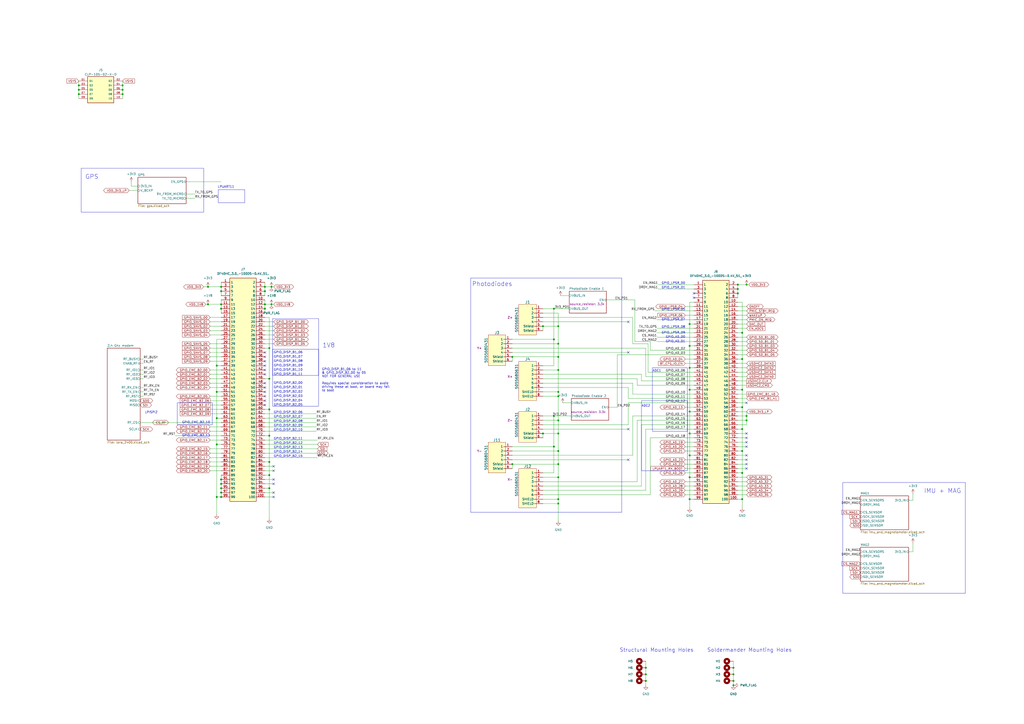
<source format=kicad_sch>
(kicad_sch (version 20231120) (generator "eeschema") (generator_version "8.0")
  (paper "A2")
  (title_block (title "√g") (date "2024-08-05") (rev "1.0.1") (company "Stanford Student Space Initiative") (comment 1 "RE: Flynn Dreilinger"))
  (junction (at 323.85 207.01))
  (junction (at 128.27 280.67))
  (junction (at 128.27 288.29))
  (junction (at 430.53 208.28))
  (junction (at 153.67 166.37))
  (junction (at 400.05 238.76))
  (junction (at 120.65 176.53))
  (junction (at 425.45 391.16))
  (junction (at 125.73 227.33))
  (junction (at 321.31 259.08))
  (junction (at 323.85 229.87))
  (junction (at 430.53 289.56))
  (junction (at 374.65 391.16))
  (junction (at 128.27 285.75))
  (junction (at 323.85 251.46))
  (junction (at 430.53 261.62))
  (junction (at 430.53 226.06))
  (junction (at 156.21 201.93))
  (junction (at 427.99 165.1))
  (junction (at 323.85 289.56))
  (junction (at 323.85 214.63))
  (junction (at 430.53 248.92))
  (junction (at 323.85 199.39))
  (junction (at 400.05 213.36))
  (junction (at 314.96 189.23))
  (junction (at 433.07 165.1))
  (junction (at 323.85 292.1))
  (junction (at 153.67 168.91))
  (junction (at 430.53 236.22))
  (junction (at 128.27 176.53))
  (junction (at 430.53 274.32))
  (junction (at 125.73 212.09))
  (junction (at 427.99 170.18))
  (junction (at 321.31 241.3))
  (junction (at 120.65 166.37))
  (junction (at 425.45 394.97))
  (junction (at 425.45 387.35))
  (junction (at 433.07 243.84))
  (junction (at 323.85 276.86))
  (junction (at 125.73 257.81))
  (junction (at 71.12 49.53))
  (junction (at 45.72 49.53))
  (junction (at 153.67 179.07))
  (junction (at 157.48 176.53))
  (junction (at 157.48 166.37))
  (junction (at 400.05 187.96))
  (junction (at 430.53 193.04))
  (junction (at 400.05 200.66))
  (junction (at 323.85 189.23))
  (junction (at 45.72 52.07))
  (junction (at 71.12 54.61))
  (junction (at 400.05 251.46))
  (junction (at 128.27 166.37))
  (junction (at 153.67 176.53))
  (junction (at 323.85 227.33))
  (junction (at 400.05 264.16))
  (junction (at 156.21 283.21))
  (junction (at 156.21 275.59))
  (junction (at 71.12 52.07))
  (junction (at 156.21 252.73))
  (junction (at 427.99 167.64))
  (junction (at 400.05 289.56))
  (junction (at 323.85 261.62))
  (junction (at 321.31 179.07))
  (junction (at 128.27 278.13))
  (junction (at 156.21 219.71))
  (junction (at 297.18 269.24))
  (junction (at 433.07 241.3))
  (junction (at 323.85 243.84))
  (junction (at 45.72 54.61))
  (junction (at 156.21 267.97))
  (junction (at 128.27 179.07))
  (junction (at 128.27 168.91))
  (junction (at 125.73 288.29))
  (junction (at 156.21 237.49))
  (junction (at 323.85 269.24))
  (junction (at 125.73 242.57))
  (junction (at 425.45 397.51))
  (junction (at 400.05 276.86))
  (junction (at 400.05 226.06))
  (junction (at 314.96 251.46))
  (junction (at 128.27 283.21))
  (junction (at 374.65 394.97))
  (junction (at 321.31 196.85))
  (junction (at 297.18 207.01))
  (junction (at 374.65 387.35))
  (no_connect (at 158.75 288.29))
  (no_connect (at 433.07 264.16))
  (no_connect (at 153.67 204.47))
  (no_connect (at 153.67 227.33))
  (no_connect (at 402.59 172.72))
  (no_connect (at 433.07 259.08))
  (no_connect (at 153.67 217.17))
  (no_connect (at 158.75 270.51))
  (no_connect (at 153.67 207.01))
  (no_connect (at 158.75 273.05))
  (no_connect (at 158.75 285.75))
  (no_connect (at 433.07 266.7))
  (no_connect (at 433.07 269.24))
  (no_connect (at 364.49 266.7))
  (no_connect (at 153.67 222.25))
  (no_connect (at 364.49 248.92))
  (no_connect (at 433.07 256.54))
  (no_connect (at 153.67 212.09))
  (no_connect (at 153.67 232.41))
  (no_connect (at 402.59 170.18))
  (no_connect (at 153.67 224.79))
  (no_connect (at 433.07 233.68))
  (no_connect (at 153.67 209.55))
  (no_connect (at 153.67 234.95))
  (no_connect (at 364.49 204.47))
  (no_connect (at 158.75 280.67))
  (no_connect (at 433.07 271.78))
  (no_connect (at 433.07 251.46))
  (no_connect (at 158.75 278.13))
  (no_connect (at 153.67 214.63))
  (no_connect (at 364.49 186.69))
  (no_connect (at 153.67 229.87))
  (no_connect (at 433.07 254))
  (wire (pts (xy 433.07 231.14) (xy 427.99 231.14)))
  (wire (pts (xy 125.73 257.81) (xy 125.73 288.29)))
  (wire (pts (xy 153.67 163.83) (xy 153.67 166.37)))
  (wire (pts (xy 433.07 243.84) (xy 433.07 246.38)))
  (wire (pts (xy 128.27 278.13) (xy 128.27 280.67)))
  (wire (pts (xy 358.14 205.74) (xy 402.59 205.74)))
  (wire (pts (xy 83.185 208.28) (xy 81.28 208.28)))
  (wire (pts (xy 402.59 175.26) (xy 400.05 175.26)))
  (wire (pts (xy 430.53 175.26) (xy 430.53 193.04)))
  (wire (pts (xy 397.51 284.48) (xy 402.59 284.48)))
  (wire (pts (xy 156.21 283.21) (xy 156.21 300.99)))
  (wire (pts (xy 400.05 238.76) (xy 402.59 238.76)))
  (wire (pts (xy 374.65 248.92) (xy 402.59 248.92)))
  (wire (pts (xy 125.73 288.29) (xy 125.73 298.45)))
  (wire (pts (xy 400.05 276.86) (xy 400.05 289.56)))
  (wire (pts (xy 381 185.42) (xy 402.59 185.42)))
  (wire (pts (xy 156.21 201.93) (xy 156.21 219.71)))
  (wire (pts (xy 427.99 213.36) (xy 433.07 213.36)))
  (wire (pts (xy 156.21 267.97) (xy 156.21 275.59)))
  (wire (pts (xy 397.51 279.4) (xy 402.59 279.4)))
  (wire (pts (xy 121.92 201.93) (xy 128.27 201.93)))
  (wire (pts (xy 314.96 224.79) (xy 364.49 224.79)))
  (wire (pts (xy 427.99 167.64) (xy 427.99 170.18)))
  (wire (pts (xy 430.53 261.62) (xy 430.53 274.32)))
  (wire (pts (xy 157.48 166.37) (xy 153.67 166.37)))
  (wire (pts (xy 427.99 175.26) (xy 430.53 175.26)))
  (wire (pts (xy 83.185 217.17) (xy 81.28 217.17)))
  (wire (pts (xy 128.27 105.41) (xy 107.95 105.41)))
  (wire (pts (xy 314.96 181.61) (xy 323.85 181.61)))
  (wire (pts (xy 314.96 241.3) (xy 321.31 241.3)))
  (wire (pts (xy 153.67 247.65) (xy 183.515 247.65)))
  (wire (pts (xy 153.67 166.37) (xy 153.67 168.91)))
  (wire (pts (xy 433.07 266.7) (xy 427.99 266.7)))
  (wire (pts (xy 83.185 229.87) (xy 81.28 229.87)))
  (wire (pts (xy 358.14 205.74) (xy 358.14 236.22)))
  (wire (pts (xy 297.18 266.7) (xy 364.49 266.7)))
  (wire (pts (xy 375.92 215.9) (xy 402.59 215.9)))
  (wire (pts (xy 433.07 203.2) (xy 427.99 203.2)))
  (wire (pts (xy 156.21 219.71) (xy 156.21 237.49)))
  (wire (pts (xy 153.67 250.19) (xy 183.515 250.19)))
  (wire (pts (xy 121.92 222.25) (xy 128.27 222.25)))
  (wire (pts (xy 45.72 52.07) (xy 45.72 54.61)))
  (wire (pts (xy 153.67 255.27) (xy 184.15 255.27)))
  (wire (pts (xy 158.75 199.39) (xy 153.67 199.39)))
  (wire (pts (xy 400.05 289.56) (xy 402.59 289.56)))
  (wire (pts (xy 367.03 228.6) (xy 402.59 228.6)))
  (wire (pts (xy 314.96 281.94) (xy 372.11 281.94)))
  (wire (pts (xy 153.67 262.89) (xy 184.15 262.89)))
  (wire (pts (xy 427.99 193.04) (xy 430.53 193.04)))
  (wire (pts (xy 397.51 256.54) (xy 402.59 256.54)))
  (wire (pts (xy 297.18 201.93) (xy 374.65 201.93)))
  (wire (pts (xy 397.51 261.62) (xy 402.59 261.62)))
  (wire (pts (xy 379.73 180.34) (xy 402.59 180.34)))
  (wire (pts (xy 128.27 275.59) (xy 128.27 278.13)))
  (wire (pts (xy 153.67 237.49) (xy 156.21 237.49)))
  (wire (pts (xy 433.07 182.88) (xy 427.99 182.88)))
  (wire (pts (xy 128.27 285.75) (xy 128.27 288.29)))
  (wire (pts (xy 153.67 283.21) (xy 156.21 283.21)))
  (wire (pts (xy 381 198.12) (xy 402.59 198.12)))
  (wire (pts (xy 314.96 217.17) (xy 372.11 217.17)))
  (wire (pts (xy 314.96 251.46) (xy 314.96 254)))
  (wire (pts (xy 297.18 207.01) (xy 323.85 207.01)))
  (wire (pts (xy 125.73 257.81) (xy 128.27 257.81)))
  (wire (pts (xy 427.99 215.9) (xy 433.07 215.9)))
  (wire (pts (xy 101.6 252.73) (xy 128.27 252.73)))
  (wire (pts (xy 367.03 264.16) (xy 367.03 241.3)))
  (wire (pts (xy 368.3 198.12) (xy 377.19 198.12)))
  (wire (pts (xy 158.75 194.31) (xy 153.67 194.31)))
  (wire (pts (xy 367.03 199.39) (xy 375.92 199.39)))
  (wire (pts (xy 153.67 252.73) (xy 156.21 252.73)))
  (wire (pts (xy 367.03 241.3) (xy 402.59 241.3)))
  (wire (pts (xy 433.07 246.38) (xy 427.99 246.38)))
  (wire (pts (xy 153.67 176.53) (xy 157.48 176.53)))
  (wire (pts (xy 372.11 217.17) (xy 372.11 220.98)))
  (wire (pts (xy 425.45 394.97) (xy 425.45 397.51)))
  (wire (pts (xy 400.05 276.86) (xy 402.59 276.86)))
  (wire (pts (xy 314.96 243.84) (xy 323.85 243.84)))
  (wire (pts (xy 314.96 189.23) (xy 323.85 189.23)))
  (wire (pts (xy 374.65 391.16) (xy 374.65 394.97)))
  (wire (pts (xy 433.07 243.84) (xy 427.99 243.84)))
  (wire (pts (xy 397.51 266.7) (xy 402.59 266.7)))
  (wire (pts (xy 323.85 269.24) (xy 323.85 276.86)))
  (wire (pts (xy 121.92 270.51) (xy 128.27 270.51)))
  (wire (pts (xy 153.67 280.67) (xy 158.75 280.67)))
  (wire (pts (xy 369.57 279.4) (xy 369.57 243.84)))
  (wire (pts (xy 71.12 52.07) (xy 71.12 54.61)))
  (wire (pts (xy 397.51 287.02) (xy 402.59 287.02)))
  (wire (pts (xy 121.92 260.35) (xy 128.27 260.35)))
  (wire (pts (xy 402.59 200.66) (xy 400.05 200.66)))
  (wire (pts (xy 321.31 259.08) (xy 321.31 274.32)))
  (wire (pts (xy 427.99 190.5) (xy 433.07 190.5)))
  (wire (pts (xy 83.185 224.79) (xy 81.28 224.79)))
  (wire (pts (xy 430.53 236.22) (xy 430.53 248.92)))
  (wire (pts (xy 158.75 186.69) (xy 153.67 186.69)))
  (wire (pts (xy 377.19 198.12) (xy 377.19 203.2)))
  (wire (pts (xy 364.49 224.79) (xy 364.49 231.14)))
  (wire (pts (xy 433.07 185.42) (xy 427.99 185.42)))
  (wire (pts (xy 400.05 213.36) (xy 402.59 213.36)))
  (wire (pts (xy 374.65 218.44) (xy 402.59 218.44)))
  (wire (pts (xy 400.05 251.46) (xy 402.59 251.46)))
  (wire (pts (xy 433.07 259.08) (xy 427.99 259.08)))
  (wire (pts (xy 153.67 278.13) (xy 158.75 278.13)))
  (wire (pts (xy 121.92 194.31) (xy 128.27 194.31)))
  (wire (pts (xy 323.85 199.39) (xy 323.85 207.01)))
  (wire (pts (xy 377.19 203.2) (xy 402.59 203.2)))
  (wire (pts (xy 314.96 287.02) (xy 377.19 287.02)))
  (wire (pts (xy 121.92 224.79) (xy 128.27 224.79)))
  (wire (pts (xy 368.3 173.99) (xy 368.3 198.12)))
  (wire (pts (xy 323.85 181.61) (xy 323.85 189.23)))
  (wire (pts (xy 74.93 110.49) (xy 80.01 110.49)))
  (wire (pts (xy 71.12 54.61) (xy 71.12 57.15)))
  (wire (pts (xy 323.85 229.87) (xy 323.85 243.84)))
  (wire (pts (xy 323.85 207.01) (xy 323.85 214.63)))
  (wire (pts (xy 430.53 193.04) (xy 430.53 208.28)))
  (wire (pts (xy 400.05 251.46) (xy 400.05 264.16)))
  (wire (pts (xy 121.92 214.63) (xy 128.27 214.63)))
  (wire (pts (xy 121.92 250.19) (xy 128.27 250.19)))
  (wire (pts (xy 314.96 186.69) (xy 364.49 186.69)))
  (wire (pts (xy 121.92 191.77) (xy 128.27 191.77)))
  (wire (pts (xy 353.06 236.22) (xy 358.14 236.22)))
  (wire (pts (xy 326.39 233.68) (xy 331.47 233.68)))
  (wire (pts (xy 427.99 261.62) (xy 430.53 261.62)))
  (wire (pts (xy 314.96 279.4) (xy 369.57 279.4)))
  (wire (pts (xy 314.96 227.33) (xy 323.85 227.33)))
  (wire (pts (xy 153.67 184.15) (xy 156.21 184.15)))
  (wire (pts (xy 427.99 289.56) (xy 430.53 289.56)))
  (wire (pts (xy 153.67 285.75) (xy 158.75 285.75)))
  (wire (pts (xy 427.99 276.86) (xy 433.07 276.86)))
  (wire (pts (xy 427.99 205.74) (xy 433.07 205.74)))
  (wire (pts (xy 400.05 213.36) (xy 400.05 226.06)))
  (wire (pts (xy 367.03 184.15) (xy 367.03 199.39)))
  (wire (pts (xy 157.48 176.53) (xy 158.75 176.53)))
  (wire (pts (xy 433.07 269.24) (xy 427.99 269.24)))
  (wire (pts (xy 381 193.04) (xy 402.59 193.04)))
  (wire (pts (xy 397.51 177.8) (xy 402.59 177.8)))
  (wire (pts (xy 427.99 274.32) (xy 430.53 274.32)))
  (wire (pts (xy 400.05 264.16) (xy 400.05 276.86)))
  (wire (pts (xy 321.31 179.07) (xy 321.31 196.85)))
  (wire (pts (xy 529.59 320.04) (xy 527.05 320.04)))
  (wire (pts (xy 323.85 214.63) (xy 323.85 227.33)))
  (wire (pts (xy 158.75 166.37) (xy 157.48 166.37)))
  (wire (pts (xy 120.65 176.53) (xy 128.27 176.53)))
  (wire (pts (xy 121.92 229.87) (xy 128.27 229.87)))
  (wire (pts (xy 321.31 196.85) (xy 321.31 212.09)))
  (wire (pts (xy 369.57 219.71) (xy 369.57 223.52)))
  (wire (pts (xy 314.96 251.46) (xy 323.85 251.46)))
  (wire (pts (xy 323.85 214.63) (xy 314.96 214.63)))
  (wire (pts (xy 128.27 166.37) (xy 128.27 168.91)))
  (wire (pts (xy 367.03 222.25) (xy 367.03 228.6)))
  (wire (pts (xy 156.21 252.73) (xy 156.21 267.97)))
  (wire (pts (xy 158.75 189.23) (xy 153.67 189.23)))
  (wire (pts (xy 71.12 49.53) (xy 71.12 52.07)))
  (wire (pts (xy 125.73 288.29) (xy 128.27 288.29)))
  (wire (pts (xy 433.07 228.6) (xy 427.99 228.6)))
  (wire (pts (xy 121.92 184.15) (xy 128.27 184.15)))
  (wire (pts (xy 433.07 281.94) (xy 427.99 281.94)))
  (wire (pts (xy 374.65 383.54) (xy 374.65 387.35)))
  (wire (pts (xy 427.99 165.1) (xy 433.07 165.1)))
  (wire (pts (xy 381.635 167.64) (xy 402.59 167.64)))
  (wire (pts (xy 425.45 383.54) (xy 425.45 387.35)))
  (wire (pts (xy 433.07 241.3) (xy 433.07 243.84)))
  (wire (pts (xy 402.59 187.96) (xy 400.05 187.96)))
  (wire (pts (xy 76.2 107.95) (xy 80.01 107.95)))
  (wire (pts (xy 433.07 200.66) (xy 427.99 200.66)))
  (wire (pts (xy 364.49 233.68) (xy 402.59 233.68)))
  (wire (pts (xy 433.07 271.78) (xy 427.99 271.78)))
  (wire (pts (xy 323.85 261.62) (xy 323.85 269.24)))
  (wire (pts (xy 425.45 387.35) (xy 425.45 391.16)))
  (wire (pts (xy 323.85 227.33) (xy 323.85 229.87)))
  (wire (pts (xy 400.05 238.76) (xy 400.05 251.46)))
  (wire (pts (xy 128.27 196.85) (xy 125.73 196.85)))
  (wire (pts (xy 297.18 259.08) (xy 321.31 259.08)))
  (wire (pts (xy 81.28 245.11) (xy 128.27 245.11)))
  (wire (pts (xy 321.31 241.3) (xy 321.31 259.08)))
  (wire (pts (xy 323.85 243.84) (xy 323.85 251.46)))
  (wire (pts (xy 121.92 186.69) (xy 128.27 186.69)))
  (wire (pts (xy 397.51 182.88) (xy 402.59 182.88)))
  (wire (pts (xy 153.67 176.53) (xy 153.67 179.07)))
  (wire (pts (xy 372.11 220.98) (xy 402.59 220.98)))
  (wire (pts (xy 153.67 288.29) (xy 158.75 288.29)))
  (wire (pts (xy 121.92 255.27) (xy 128.27 255.27)))
  (wire (pts (xy 128.27 283.21) (xy 128.27 285.75)))
  (wire (pts (xy 121.92 217.17) (xy 128.27 217.17)))
  (wire (pts (xy 364.49 246.38) (xy 364.49 233.68)))
  (wire (pts (xy 153.67 267.97) (xy 156.21 267.97)))
  (wire (pts (xy 400.05 175.26) (xy 400.05 187.96)))
  (wire (pts (xy 430.53 274.32) (xy 430.53 289.56)))
  (wire (pts (xy 381 195.58) (xy 402.59 195.58)))
  (wire (pts (xy 314.96 246.38) (xy 364.49 246.38)))
  (wire (pts (xy 121.92 265.43) (xy 128.27 265.43)))
  (wire (pts (xy 430.53 208.28) (xy 430.53 226.06)))
  (wire (pts (xy 45.72 49.53) (xy 45.72 52.07)))
  (wire (pts (xy 433.07 238.76) (xy 427.99 238.76)))
  (wire (pts (xy 121.92 232.41) (xy 128.27 232.41)))
  (wire (pts (xy 314.96 292.1) (xy 323.85 292.1)))
  (wire (pts (xy 427.99 210.82) (xy 433.07 210.82)))
  (wire (pts (xy 153.67 219.71) (xy 156.21 219.71)))
  (wire (pts (xy 314.96 189.23) (xy 314.96 191.77)))
  (wire (pts (xy 153.67 201.93) (xy 156.21 201.93)))
  (wire (pts (xy 433.07 238.76) (xy 433.07 241.3)))
  (wire (pts (xy 314.96 219.71) (xy 369.57 219.71)))
  (wire (pts (xy 397.51 210.82) (xy 402.59 210.82)))
  (wire (pts (xy 128.27 173.99) (xy 128.27 176.53)))
  (wire (pts (xy 400.05 187.96) (xy 400.05 200.66)))
  (wire (pts (xy 158.75 191.77) (xy 153.67 191.77)))
  (wire (pts (xy 529.59 286.385) (xy 529.59 290.195)))
  (wire (pts (xy 400.05 200.66) (xy 400.05 213.36)))
  (wire (pts (xy 433.07 251.46) (xy 427.99 251.46)))
  (wire (pts (xy 314.96 289.56) (xy 323.85 289.56)))
  (wire (pts (xy 156.21 184.15) (xy 156.21 201.93)))
  (wire (pts (xy 433.07 284.48) (xy 427.99 284.48)))
  (wire (pts (xy 377.19 254) (xy 402.59 254)))
  (wire (pts (xy 128.27 168.91) (xy 128.27 171.45)))
  (wire (pts (xy 433.07 198.12) (xy 427.99 198.12)))
  (wire (pts (xy 107.95 112.5474) (xy 113.03 112.5474)))
  (wire (pts (xy 314.96 184.15) (xy 367.03 184.15)))
  (wire (pts (xy 314.96 229.87) (xy 323.85 229.87)))
  (wire (pts (xy 128.27 242.57) (xy 125.73 242.57)))
  (wire (pts (xy 83.185 210.82) (xy 81.28 210.82)))
  (wire (pts (xy 364.49 231.14) (xy 402.59 231.14)))
  (wire (pts (xy 425.45 391.16) (xy 425.45 394.97)))
  (wire (pts (xy 119.38 176.53) (xy 120.65 176.53)))
  (wire (pts (xy 397.51 208.28) (xy 402.59 208.28)))
  (wire (pts (xy 125.73 242.57) (xy 125.73 257.81)))
  (wire (pts (xy 427.99 170.18) (xy 427.99 172.72)))
  (wire (pts (xy 433.07 254) (xy 427.99 254)))
  (wire (pts (xy 121.92 273.05) (xy 128.27 273.05)))
  (wire (pts (xy 321.31 241.3) (xy 331.47 241.3)))
  (wire (pts (xy 128.27 280.67) (xy 128.27 283.21)))
  (wire (pts (xy 400.05 226.06) (xy 402.59 226.06)))
  (wire (pts (xy 121.92 199.39) (xy 128.27 199.39)))
  (wire (pts (xy 153.67 168.91) (xy 153.67 171.45)))
  (wire (pts (xy 397.51 236.22) (xy 402.59 236.22)))
  (wire (pts (xy 433.07 165.1) (xy 434.34 165.1)))
  (wire (pts (xy 433.07 279.4) (xy 427.99 279.4)))
  (wire (pts (xy 372.11 281.94) (xy 372.11 246.38)))
  (wire (pts (xy 121.92 209.55) (xy 128.27 209.55)))
  (wire (pts (xy 121.92 204.47) (xy 128.27 204.47)))
  (wire (pts (xy 297.18 269.24) (xy 297.18 271.78)))
  (wire (pts (xy 153.67 240.03) (xy 183.515 240.03)))
  (wire (pts (xy 430.53 248.92) (xy 430.53 261.62)))
  (wire (pts (xy 121.92 267.97) (xy 128.27 267.97)))
  (wire (pts (xy 427.99 236.22) (xy 430.53 236.22)))
  (wire (pts (xy 427.99 248.92) (xy 430.53 248.92)))
  (wire (pts (xy 433.07 233.68) (xy 427.99 233.68)))
  (wire (pts (xy 107.95 115.0874) (xy 113.03 115.0874)))
  (wire (pts (xy 397.51 281.94) (xy 402.59 281.94)))
  (wire (pts (xy 153.67 242.57) (xy 183.515 242.57)))
  (wire (pts (xy 153.67 245.11) (xy 183.515 245.11)))
  (wire (pts (xy 427.99 218.44) (xy 433.07 218.44)))
  (wire (pts (xy 121.92 237.49) (xy 128.27 237.49)))
  (wire (pts (xy 397.51 271.78) (xy 402.59 271.78)))
  (wire (pts (xy 374.65 387.35) (xy 374.65 391.16)))
  (wire (pts (xy 121.92 240.03) (xy 128.27 240.03)))
  (wire (pts (xy 314.96 276.86) (xy 323.85 276.86)))
  (wire (pts (xy 121.92 189.23) (xy 128.27 189.23)))
  (wire (pts (xy 125.73 212.09) (xy 125.73 227.33)))
  (wire (pts (xy 121.92 207.01) (xy 128.27 207.01)))
  (wire (pts (xy 433.07 177.8) (xy 427.99 177.8)))
  (wire (pts (xy 430.53 289.56) (xy 430.53 294.64)))
  (wire (pts (xy 45.72 46.99) (xy 45.72 49.53)))
  (wire (pts (xy 400.05 289.56) (xy 400.05 294.64)))
  (wire (pts (xy 314.96 248.92) (xy 364.49 248.92)))
  (wire (pts (xy 297.18 207.01) (xy 297.18 209.55)))
  (wire (pts (xy 433.07 264.16) (xy 427.99 264.16)))
  (wire (pts (xy 314.96 222.25) (xy 367.03 222.25)))
  (wire (pts (xy 153.67 273.05) (xy 158.75 273.05)))
  (wire (pts (xy 397.51 269.24) (xy 402.59 269.24)))
  (wire (pts (xy 125.73 227.33) (xy 128.27 227.33)))
  (wire (pts (xy 76.2 105.41) (xy 76.2 107.95)))
  (wire (pts (xy 427.99 165.1) (xy 427.99 167.64)))
  (wire (pts (xy 297.18 269.24) (xy 323.85 269.24)))
  (wire (pts (xy 45.72 54.61) (xy 45.72 57.15)))
  (wire (pts (xy 375.92 199.39) (xy 375.92 215.9)))
  (wire (pts (xy 433.07 256.54) (xy 427.99 256.54)))
  (wire (pts (xy 433.07 180.34) (xy 427.99 180.34)))
  (wire (pts (xy 128.27 179.07) (xy 128.27 181.61)))
  (wire (pts (xy 427.99 223.52) (xy 433.07 223.52)))
  (wire (pts (xy 397.51 274.32) (xy 402.59 274.32)))
  (wire (pts (xy 430.53 226.06) (xy 430.53 236.22)))
  (wire (pts (xy 374.65 284.48) (xy 374.65 248.92)))
  (wire (pts (xy 314.96 179.07) (xy 321.31 179.07)))
  (wire (pts (xy 372.11 246.38) (xy 402.59 246.38)))
  (wire (pts (xy 433.07 187.96) (xy 427.99 187.96)))
  (wire (pts (xy 121.92 247.65) (xy 128.27 247.65)))
  (wire (pts (xy 128.27 163.83) (xy 128.27 166.37)))
  (wire (pts (xy 153.67 179.07) (xy 153.67 181.61)))
  (wire (pts (xy 156.21 237.49) (xy 156.21 252.73)))
  (wire (pts (xy 381.635 165.1) (xy 402.59 165.1)))
  (wire (pts (xy 153.67 275.59) (xy 156.21 275.59)))
  (wire (pts (xy 83.185 227.33) (xy 81.28 227.33)))
  (wire (pts (xy 83.185 214.63) (xy 81.28 214.63)))
  (wire (pts (xy 153.67 173.99) (xy 153.67 176.53)))
  (wire (pts (xy 156.21 275.59) (xy 156.21 283.21)))
  (wire (pts (xy 121.92 219.71) (xy 128.27 219.71)))
  (wire (pts (xy 153.67 260.35) (xy 184.15 260.35)))
  (wire (pts (xy 369.57 243.84) (xy 402.59 243.84)))
  (wire (pts (xy 321.31 179.07) (xy 330.2 179.07)))
  (wire (pts (xy 125.73 212.09) (xy 128.27 212.09)))
  (wire (pts (xy 529.59 290.195) (xy 527.05 290.195)))
  (wire (pts (xy 314.96 284.48) (xy 374.65 284.48)))
  (wire (pts (xy 321.31 274.32) (xy 314.96 274.32)))
  (wire (pts (xy 121.92 234.95) (xy 128.27 234.95)))
  (wire (pts (xy 125.73 227.33) (xy 125.73 242.57)))
  (wire (pts (xy 297.18 204.47) (xy 364.49 204.47)))
  (wire (pts (xy 427.99 226.06) (xy 430.53 226.06)))
  (wire (pts (xy 369.57 223.52) (xy 402.59 223.52)))
  (wire (pts (xy 153.67 270.51) (xy 158.75 270.51)))
  (wire (pts (xy 158.75 196.85) (xy 153.67 196.85)))
  (wire (pts (xy 323.85 289.56) (xy 323.85 292.1)))
  (wire (pts (xy 529.59 314.96) (xy 529.59 320.04)))
  (wire (pts (xy 297.18 264.16) (xy 367.03 264.16)))
  (wire (pts (xy 397.51 259.08) (xy 402.59 259.08)))
  (wire (pts (xy 427.99 208.28) (xy 430.53 208.28)))
  (wire (pts (xy 323.85 276.86) (xy 323.85 289.56)))
  (wire (pts (xy 374.65 201.93) (xy 374.65 218.44)))
  (wire (pts (xy 71.12 46.99) (xy 71.12 49.53)))
  (wire (pts (xy 128.27 176.53) (xy 128.27 179.07)))
  (wire (pts (xy 125.73 196.85) (xy 125.73 212.09)))
  (wire (pts (xy 433.07 287.02) (xy 427.99 287.02)))
  (wire (pts (xy 323.85 302.26) (xy 323.85 292.1)))
  (wire (pts (xy 118.11 166.37) (xy 120.65 166.37)))
  (wire (pts (xy 120.65 166.37) (xy 128.27 166.37)))
  (wire (pts (xy 323.85 251.46) (xy 323.85 261.62)))
  (wire (pts (xy 323.85 189.23) (xy 323.85 199.39)))
  (wire (pts (xy 121.92 262.89) (xy 128.27 262.89)))
  (wire (pts (xy 153.67 265.43) (xy 184.15 265.43)))
  (wire (pts (xy 381 190.5) (xy 402.59 190.5)))
  (wire (pts (xy 400.05 264.16) (xy 402.59 264.16)))
  (wire (pts (xy 83.185 219.71) (xy 81.28 219.71)))
  (wire (pts (xy 314.96 212.09) (xy 321.31 212.09)))
  (wire (pts (xy 427.99 220.98) (xy 433.07 220.98)))
  (wire (pts (xy 433.07 195.58) (xy 427.99 195.58)))
  (wire (pts (xy 374.65 394.97) (xy 374.65 397.51)))
  (wire (pts (xy 433.07 241.3) (xy 427.99 241.3)))
  (wire (pts (xy 297.18 196.85) (xy 321.31 196.85)))
  (wire (pts (xy 377.19 287.02) (xy 377.19 254)))
  (wire (pts (xy 351.79 173.99) (xy 368.3 173.99)))
  (wire (pts (xy 297.18 261.62) (xy 323.85 261.62)))
  (wire (pts (xy 400.05 226.06) (xy 400.05 238.76)))
  (wire (pts (xy 325.12 171.45) (xy 330.2 171.45)))
  (wire (pts (xy 297.18 199.39) (xy 323.85 199.39)))
  (wire (pts (xy 153.67 257.81) (xy 184.15 257.81)))
  (rectangle (start 47.0408 97.6376) (end 118.1608 123.0376))
  (rectangle (start 488.8992 344.17) (end 560.0192 279.8826))
  (rectangle (start 378.46 213.36) (end 398.78 250.19))
  (rectangle (start 158.115 184.785) (end 184.785 217.805))
  (rectangle (start 372.11 232.41) (end 398.78 273.05))
  (rectangle (start 273.05 161.29) (end 360.68 297.18))
  (rectangle (start 158.115 202.565) (end 184.785 235.585))
  (rectangle (start 102.87 233.68) (end 123.19 246.38))
  (rectangle (start 126.6698 109.982) (end 141.9098 117.602))
  (text "GPIO_DISP_B2_15" (at 158.75 265.43 0) (effects (font (size 1.27 1.27)) (justify left bottom)))
  (text "GPIO_DISP_B2_06" (at 158.75 240.03 0) (effects (font (size 1.27 1.27)) (justify left bottom)))
  (text "GPIO_LPSR_07" (at 397.51 185.42 0) (effects (font (size 1.27 1.27)) (justify right)))
  (text "GPIO_DISP_B2_08" (at 158.75 245.11 0) (effects (font (size 1.27 1.27)) (justify left bottom)))
  (text "ADC\n" (at -123.19 175.26 0) (effects (font (size 1.27 1.27)) (justify right bottom)))
  (text "GPIO_EMC_B2_13" (at 121.92 252.73 0) (effects (font (size 1.27 1.27)) (justify right)))
  (text "1V8" (at 194.31 201.93 0) (effects (font (size 2.54 2.54)) (justify right bottom)))
  (text "LPUART11\n\n" (at 135.89 111.2774 0) (effects (font (size 1.27 1.27)) (justify right bottom)))
  (text "GPIO_LPSR_01" (at 397.51 167.64 0) (effects (font (size 1.27 1.27)) (justify right bottom)))
  (text "GPIO_DISP_B2_09" (at 158.75 247.65 0) (effects (font (size 1.27 1.27)) (justify left bottom)))
  (text "GPIO_LPSR_08" (at 397.51 190.5 0) (effects (font (size 1.27 1.27)) (justify right bottom)))
  (text "GPS\n" (at 57.15 104.14 0) (effects (font (size 2.54 2.54)) (justify right bottom)))
  (text "Photodiodes" (at 297.18 166.37 0) (effects (font (size 2.54 2.54)) (justify right bottom)))
  (text "GPIO_LPSR_09" (at 397.51 193.04 0) (effects (font (size 1.27 1.27)) (justify right)))
  (text "GPIO_EMC_B2_10" (at 121.92 245.11 0) (effects (font (size 1.27 1.27)) (justify right)))
  (text "GPIO_DISP_B1_07" (at 158.75 207.01 0) (effects (font (size 1.27 1.27)) (justify left)))
  (text "GPIO_DISP_B2_01" (at 158.75 224.79 0) (effects (font (size 1.27 1.27)) (justify left)))
  (text "GPIO_DISP_B2_05" (at 158.75 234.95 0) (effects (font (size 1.27 1.27)) (justify left)))
  (text "GPIO_LPSR_00" (at 397.51 165.1 0) (effects (font (size 1.27 1.27)) (justify right bottom)))
  (text "GPIO_DISP_B2_03" (at 158.75 229.87 0) (effects (font (size 1.27 1.27)) (justify left)))
  (text "IMU + MAG\n" (at 535.94 286.385 0) (effects (font (size 2.54 2.54)) (justify left bottom)))
  (text "ADC2" (at 377.19 236.22 0) (effects (font (size 1.27 1.27)) (justify right bottom)))
  (text "GPIO_DISP_B2_04" (at 158.75 232.41 0) (effects (font (size 1.27 1.27)) (justify left)))
  (text "GPIO_DISP_B1_10" (at 158.75 214.63 0) (effects (font (size 1.27 1.27)) (justify left)))
  (text "GPIO_DISP_B2_14" (at 158.75 262.89 0) (effects (font (size 1.27 1.27)) (justify left bottom)))
  (text "GPIO_DISP_B1_06" (at 158.75 204.47 0) (effects (font (size 1.27 1.27)) (justify left)))
  (text "Soldermander Mounting Holes" (at 410.21 378.46 0) (effects (font (size 2.159 2.159)) (justify left bottom)))
  (text "ADC1" (at 383.54 215.9 0) (effects (font (size 1.27 1.27)) (justify right bottom)))
  (text "GPIO_DISP_B1_11" (at 158.75 217.17 0) (effects (font (size 1.27 1.27)) (justify left)))
  (text "GPIO_DISP_B1_06 to 11 \n& GPIO_DISP_B2_00 to 05\nNOT FOR GENERAL USE\n\nRequires special consideration to avoid \ndriving these at boot, or board may fail \nto boot" (at 186.69 227.33 0) (effects (font (size 1.27 1.27)) (justify left bottom)))
  (text "GPIO_AD_00" (at 397.51 195.58 0) (effects (font (size 1.27 1.27)) (justify right)))
  (text "GPIO_DISP_B2_11" (at 158.75 255.27 0) (effects (font (size 1.27 1.27)) (justify left bottom)))
  (text "Structural Mounting Holes" (at 359.41 378.46 0) (effects (font (size 2.159 2.159)) (justify left bottom)))
  (text "GPIO_DISP_B2_02" (at 158.75 227.33 0) (effects (font (size 1.27 1.27)) (justify left)))
  (text "GPIO_DISP_B2_00" (at 158.75 222.25 0) (effects (font (size 1.27 1.27)) (justify left)))
  (text "GPIO_DISP_B2_10" (at 158.75 250.19 0) (effects (font (size 1.27 1.27)) (justify left bottom)))
  (text "GPIO_DISP_B2_13" (at 158.75 260.35 0) (effects (font (size 1.27 1.27)) (justify left bottom)))
  (text "GPIO_AD_01" (at 397.51 198.12 0) (effects (font (size 1.27 1.27)) (justify right)))
  (text "GPIO_DISP_B2_12" (at 158.75 257.81 0) (effects (font (size 1.27 1.27)) (justify left bottom)))
  (text "LPISPI2" (at 91.44 240.03 0) (effects (font (size 1.27 1.27)) (justify right bottom)))
  (text "GPIO_LPSR_05" (at 397.51 180.34 0) (effects (font (size 1.27 1.27)) (justify right bottom)))
  (text "GPIO_DISP_B1_08" (at 158.75 209.55 0) (effects (font (size 1.27 1.27)) (justify left)))
  (text "GPIO_DISP_B1_09" (at 158.75 212.09 0) (effects (font (size 1.27 1.27)) (justify left)))
  (text "GPIO_DISP_B2_07" (at 158.75 242.57 0) (effects (font (size 1.27 1.27)) (justify left bottom)))
  (label "GPIO_AD_06" (at 397.51 215.9 180))
  (label "DRDY_MAG2" (at 381 193.04 180))
  (label "RF_IO1" (at 183.515 245.11 0))
  (label "GPIO_AD_14" (at 397.51 241.3 180))
  (label "EN_MAG1" (at 381.635 165.1 180))
  (label "DRDY_MAG2" (at 499.11 322.58 180))
  (label "EN_MAG2" (at 499.11 320.04 180))
  (label "DRDY_MAG1" (at 499.11 292.735 180))
  (label "GPIO_AD_11" (at 397.51 231.14 180))
  (label "EN_MAG2" (at 381 185.42 180))
  (label "RF_BUSY" (at 83.185 208.28 0))
  (label "RF_RX_EN" (at 83.185 224.79 0))
  (label "EN_PD1" (at 356.87 173.99 0))
  (label "EN_RF" (at 183.515 242.57 0))
  (label "GPIO_AD_07" (at 397.51 218.44 180))
  (label "GPIO_AD_08" (at 397.51 220.98 180))
  (label "TX_TO_GPS" (at 381 190.5 180))
  (label "3V3_PD1" (at 330.2 179.07 180))
  (label "RX_FROM_GPS" (at 379.73 180.34 180))
  (label "CS_MAG1" (at 381 195.58 180))
  (label "EN_PD2" (at 358.14 236.22 0))
  (label "RF_BUSY" (at 183.515 240.03 0))
  (label "GPIO_AD_15" (at 397.51 243.84 180))
  (label "DRDY_MAG1" (at 381.635 167.64 180))
  (label "RF_IO1" (at 83.185 214.63 0))
  (label "3V3_PD2" (at 328.93 241.3 180))
  (label "RF_IO3" (at 83.185 219.71 0))
  (label "GPIO_AD_02" (at 397.51 203.2 180))
  (label "RF_IO2" (at 183.515 247.65 0))
  (label "RF_RST" (at 101.6 252.73 180))
  (label "EN_RF" (at 83.185 210.82 0))
  (label "GPIO_AD_10" (at 397.51 228.6 180))
  (label "RF_RST" (at 83.185 229.87 0))
  (label "EN_MAG1" (at 499.11 290.195 180))
  (label "RF_TX_EN" (at 184.15 265.43 0))
  (label "CS_MAG2" (at 381 198.12 180))
  (label "RF_IO2" (at 83.185 217.17 0))
  (label "GPIO_AD_09" (at 397.51 223.52 180))
  (label "GPIO_AD_12" (at 397.51 233.68 180))
  (label "RF_TX_EN" (at 83.185 227.33 0))
  (label "RF_RX_EN" (at 184.15 255.27 0))
  (label "RX_FROM_GPS" (at 113.03 115.0874 0))
  (label "GPIO_AD_03" (at 397.51 205.74 180))
  (label "GPIO_AD_16" (at 397.51 246.38 180))
  (label "GPIO_AD_18" (at 397.51 254 180))
  (label "GPIO_AD_17" (at 397.51 248.92 180))
  (label "TX_TO_GPS" (at 113.03 112.5474 0))
  (label "RF_IO3" (at 183.515 250.19 0))
  (global_label "ONOFF" (shape bidirectional) (at 433.07 177.8 0) (property "Intersheetrefs" "${INTERSHEET_REFS}" (effects (hide yes))))
  (global_label "SCK" (shape bidirectional) (at 81.28 248.92 0) (property "Intersheetrefs" "${INTERSHEET_REFS}" (effects (hide yes))))
  (global_label "GPIO_EMC_B2_19" (shape bidirectional) (at 121.92 270.51 180) (property "Intersheetrefs" "${INTERSHEET_REFS}" (effects (hide yes))))
  (global_label "GPIO_EMC_B1_40" (shape output) (at 433.07 228.6 0) (property "Intersheetrefs" "${INTERSHEET_REFS}" (effects (hide yes))))
  (global_label "GPIO_SNVS_00" (shape input) (at 121.92 184.15 180) (property "Intersheetrefs" "${INTERSHEET_REFS}" (effects (hide yes))))
  (global_label "USDHC2_DATA2" (shape input) (at 433.07 213.36 0) (property "Intersheetrefs" "${INTERSHEET_REFS}" (effects (hide yes))))
  (global_label "GPIO_AD_28" (shape bidirectional) (at 397.51 281.94 180) (property "Intersheetrefs" "${INTERSHEET_REFS}" (effects (hide yes))))
  (global_label "GPIO_SNVS_08" (shape input) (at 121.92 207.01 180) (property "Intersheetrefs" "${INTERSHEET_REFS}" (effects (hide yes))))
  (global_label "GPIO_EMC_B2_18" (shape bidirectional) (at 121.92 267.97 180) (property "Intersheetrefs" "${INTERSHEET_REFS}" (effects (hide yes))))
  (global_label "GPIO_SD_B1_04" (shape bidirectional) (at 433.07 203.2 0) (property "Intersheetrefs" "${INTERSHEET_REFS}" (effects (hide yes))))
  (global_label "GPIO_SNVS_01" (shape input) (at 121.92 186.69 180) (property "Intersheetrefs" "${INTERSHEET_REFS}" (effects (hide yes))))
  (global_label "GPIO_AD_34" (shape bidirectional) (at 433.07 284.48 0) (property "Intersheetrefs" "${INTERSHEET_REFS}" (effects (hide yes))))
  (global_label "USDHC2_CLK" (shape output) (at 433.07 220.98 0) (property "Intersheetrefs" "${INTERSHEET_REFS}" (effects (hide yes))))
  (global_label "GPIO_EMC_B2_15" (shape bidirectional) (at 121.92 260.35 180) (property "Intersheetrefs" "${INTERSHEET_REFS}" (effects (hide yes))))
  (global_label "SDO" (shape output) (at 184.15 262.89 0) (property "Intersheetrefs" "${INTERSHEET_REFS}" (effects (hide yes))))
  (global_label "GPIO_AD_04" (shape bidirectional) (at 397.51 208.28 180) (property "Intersheetrefs" "${INTERSHEET_REFS}" (effects (hide yes))))
  (global_label "GPIO_AD_27" (shape bidirectional) (at 397.51 279.4 180) (property "Intersheetrefs" "${INTERSHEET_REFS}" (effects (hide yes))))
  (global_label "GPIO_EMC_B2_02" (shape bidirectional) (at 121.92 219.71 180) (property "Intersheetrefs" "${INTERSHEET_REFS}" (effects (hide yes))))
  (global_label "PMIC_STBY_REQ" (shape bidirectional) (at 433.07 180.34 0) (property "Intersheetrefs" "${INTERSHEET_REFS}" (effects (hide yes))))
  (global_label "BT_CFG_IO_EN" (shape input) (at 397.51 210.82 180) (property "Intersheetrefs" "${INTERSHEET_REFS}" (effects (hide yes))))
  (global_label "GPIO_SNVS_04" (shape input) (at 121.92 194.31 180) (property "Intersheetrefs" "${INTERSHEET_REFS}" (effects (hide yes))))
  (global_label "GPIO_SNVS_05" (shape input) (at 121.92 199.39 180) (property "Intersheetrefs" "${INTERSHEET_REFS}" (effects (hide yes))))
  (global_label "GPIO_DISP_B1_01" (shape bidirectional) (at 158.75 189.23 0) (property "Intersheetrefs" "${INTERSHEET_REFS}" (effects (hide yes))))
  (global_label "GPIO_SNVS_09" (shape input) (at 121.92 209.55 180) (property "Intersheetrefs" "${INTERSHEET_REFS}" (effects (hide yes))))
  (global_label "GPIO_SD_B1_00" (shape bidirectional) (at 433.07 195.58 0) (property "Intersheetrefs" "${INTERSHEET_REFS}" (effects (hide yes))))
  (global_label "SCK" (shape input) (at 499.11 299.72 180) (property "Intersheetrefs" "${INTERSHEET_REFS}" (effects (hide yes))))
  (global_label "VDD_1V8" (shape bidirectional) (at 119.38 176.53 180) (property "Intersheetrefs" "${INTERSHEET_REFS}" (effects (hide yes))))
  (global_label "SDI" (shape input) (at 499.11 302.26 180) (property "Intersheetrefs" "${INTERSHEET_REFS}" (effects (hide yes))))
  (global_label "CS_MAG1" (shape input) (at 499.11 297.18 180) (property "Intersheetrefs" "${INTERSHEET_REFS}" (effects (hide yes))))
  (global_label "VDD_3V3_LP" (shape bidirectional) (at 74.93 110.49 180) (property "Intersheetrefs" "${INTERSHEET_REFS}" (effects (hide yes))))
  (global_label "SDI" (shape input) (at 499.11 332.105 180) (property "Intersheetrefs" "${INTERSHEET_REFS}" (effects (hide yes))))
  (global_label "GPIO_EMC_B2_11" (shape bidirectional) (at 121.92 247.65 180) (property "Intersheetrefs" "${INTERSHEET_REFS}" (effects (hide yes))))
  (global_label "GPIO_EMC_B2_09" (shape passive) (at 121.92 240.03 180) (property "Intersheetrefs" "${INTERSHEET_REFS}" (effects (hide yes))))
  (global_label "GPIO_AD_13" (shape bidirectional) (at 397.51 236.22 180) (property "Intersheetrefs" "${INTERSHEET_REFS}" (effects (hide yes))))
  (global_label "CS_RF" (shape bidirectional) (at 97.79 245.11 180) (property "Intersheetrefs" "${INTERSHEET_REFS}" (effects (hide yes))))
  (global_label "GPIO_EMC_B2_00" (shape bidirectional) (at 121.92 214.63 180) (property "Intersheetrefs" "${INTERSHEET_REFS}" (effects (hide yes))))
  (global_label "GPIO_DISP_B1_04" (shape bidirectional) (at 158.75 196.85 0) (property "Intersheetrefs" "${INTERSHEET_REFS}" (effects (hide yes))))
  (global_label "GPIO_EMC_B2_05" (shape bidirectional) (at 121.92 229.87 180) (property "Intersheetrefs" "${INTERSHEET_REFS}" (effects (hide yes))))
  (global_label "GPIO_EMC_B2_04" (shape bidirectional) (at 121.92 224.79 180) (property "Intersheetrefs" "${INTERSHEET_REFS}" (effects (hide yes))))
  (global_label "GPIO_AD_35" (shape bidirectional) (at 433.07 287.02 0) (property "Intersheetrefs" "${INTERSHEET_REFS}" (effects (hide yes))))
  (global_label "GPIO_LPSR_06" (shape input) (at 397.51 182.88 180) (property "Intersheetrefs" "${INTERSHEET_REFS}" (effects (hide yes))))
  (global_label "USDHC2_DATA1" (shape input) (at 433.07 215.9 0) (property "Intersheetrefs" "${INTERSHEET_REFS}" (effects (hide yes))))
  (global_label "GPIO_EMC_B2_20" (shape bidirectional) (at 121.92 273.05 180) (property "Intersheetrefs" "${INTERSHEET_REFS}" (effects (hide yes))))
  (global_label "SDO" (shape output) (at 499.11 334.645 180) (property "Intersheetrefs" "${INTERSHEET_REFS}" (effects (hide yes))))
  (global_label "SDI" (shape input) (at 184.15 260.35 0) (property "Intersheetrefs" "${INTERSHEET_REFS}" (effects (hide yes))))
  (global_label "GPIO_AD_20" (shape bidirectional) (at 397.51 259.08 180) (property "Intersheetrefs" "${INTERSHEET_REFS}" (effects (hide yes))))
  (global_label "GPIO_SNVS_03" (shape input) (at 121.92 191.77 180) (property "Intersheetrefs" "${INTERSHEET_REFS}" (effects (hide yes))))
  (global_label "PMIC_ON_REQ" (shape bidirectional) (at 433.07 185.42 0) (property "Intersheetrefs" "${INTERSHEET_REFS}" (effects (hide yes))))
  (global_label "GPIO_SNVS_06" (shape input) (at 121.92 201.93 180) (property "Intersheetrefs" "${INTERSHEET_REFS}" (effects (hide yes))))
  (global_label "GPIO_AD_31" (shape bidirectional) (at 433.07 276.86 0) (property "Intersheetrefs" "${INTERSHEET_REFS}" (effects (hide yes))))
  (global_label "WAKEUP" (shape bidirectional) (at 433.07 182.88 0) (property "Intersheetrefs" "${INTERSHEET_REFS}" (effects (hide yes))))
  (global_label "GPIO_SD_B1_05" (shape bidirectional) (at 433.07 205.74 0) (property "Intersheetrefs" "${INTERSHEET_REFS}" (effects (hide yes))))
  (global_label "GPIO_EMC_B2_17" (shape bidirectional) (at 121.92 265.43 180) (property "Intersheetrefs" "${INTERSHEET_REFS}" (effects (hide yes))))
  (global_label "GPIO_SNVS_07" (shape input) (at 121.92 204.47 180) (property "Intersheetrefs" "${INTERSHEET_REFS}" (effects (hide yes))))
  (global_label "GPIO_SNVS_02" (shape input) (at 121.92 189.23 180) (property "Intersheetrefs" "${INTERSHEET_REFS}" (effects (hide yes))))
  (global_label "SDO" (shape bidirectional) (at 81.28 232.41 0) (property "Intersheetrefs" "${INTERSHEET_REFS}" (effects (hide yes))))
  (global_label "GPIO_EMC_B2_14" (shape bidirectional) (at 121.92 255.27 180) (property "Intersheetrefs" "${INTERSHEET_REFS}" (effects (hide yes))))
  (global_label "VDD_3V3_LP" (shape bidirectional) (at 433.07 238.76 0) (property "Intersheetrefs" "${INTERSHEET_REFS}" (effects (hide yes))))
  (global_label "SCK" (shape input) (at 184.15 257.81 0) (property "Intersheetrefs" "${INTERSHEET_REFS}" (effects (hide yes))))
  (global_label "USDHC2_CMD" (shape output) (at 433.07 223.52 0) (property "Intersheetrefs" "${INTERSHEET_REFS}" (effects (hide yes))))
  (global_label "GPIO_LPSR_04" (shape bidirectional) (at 397.51 177.8 180) (property "Intersheetrefs" "${INTERSHEET_REFS}" (effects (hide yes))))
  (global_label "GPIO_AD_21" (shape bidirectional) (at 397.51 261.62 180) (property "Intersheetrefs" "${INTERSHEET_REFS}" (effects (hide yes))))
  (global_label "VDD_3V3" (shape bidirectional) (at 434.34 165.1 0) (property "Intersheetrefs" "${INTERSHEET_REFS}" (effects (hide yes))))
  (global_label "GPIO_AD_32" (shape bidirectional) (at 433.07 279.4 0) (property "Intersheetrefs" "${INTERSHEET_REFS}" (effects (hide yes))))
  (global_label "GPIO_DISP_B1_02" (shape bidirectional) (at 158.75 191.77 0) (property "Intersheetrefs" "${INTERSHEET_REFS}" (effects (hide yes))))
  (global_label "GPIO_AD_30" (shape bidirectional) (at 397.51 287.02 180) (property "Intersheetrefs" "${INTERSHEET_REFS}" (effects (hide yes))))
  (global_label "SDI" (shape bidirectional) (at 81.28 234.95 0) (property "Intersheetrefs" "${INTERSHEET_REFS}" (effects (hide yes))))
  (global_label "EN_ADCS" (shape input) (at 433.07 190.5 0) (property "Intersheetrefs" "${INTERSHEET_REFS}" (effects (hide yes))))
  (global_label "GPIO_EMC_B2_06" (shape passive) (at 121.92 232.41 180) (property "Intersheetrefs" "${INTERSHEET_REFS}" (effects (hide yes))))
  (global_label "USDHC2_DATA3" (shape input) (at 433.07 210.82 0) (property "Intersheetrefs" "${INTERSHEET_REFS}" (effects (hide yes))))
  (global_label "GPIO_EMC_B2_01" (shape bidirectional) (at 121.92 217.17 180) (property "Intersheetrefs" "${INTERSHEET_REFS}" (effects (hide yes))))
  (global_label "GPIO_SD_B1_01" (shape bidirectional) (at 433.07 198.12 0) (property "Intersheetrefs" "${INTERSHEET_REFS}" (effects (hide yes))))
  (global_label "VDD_3V3" (shape bidirectional) (at 118.11 166.37 180) (property "Intersheetrefs" "${INTERSHEET_REFS}" (effects (hide yes))))
  (global_label "GPIO_DISP_B1_05" (shape bidirectional) (at 158.75 199.39 0) (property "Intersheetrefs" "${INTERSHEET_REFS}" (effects (hide yes))))
  (global_label "GPIO_AD_29" (shape bidirectional) (at 397.51 284.48 180) (property "Intersheetrefs" "${INTERSHEET_REFS}" (effects (hide yes))))
  (global_label "GPIO_EMC_B2_08" (shape passive) (at 121.92 237.49 180) (property "Intersheetrefs" "${INTERSHEET_REFS}" (effects (hide yes))))
  (global_label "GPIO_SD_B1_03" (shape bidirectional) (at 433.07 200.66 0) (property "Intersheetrefs" "${INTERSHEET_REFS}" (effects (hide yes))))
  (global_label "LPUART1_RX_BOOT" (shape input) (at 397.51 271.78 180) (property "Intersheetrefs" "${INTERSHEET_REFS}" (effects (hide yes))))
  (global_label "VSYS" (shape input) (at 71.12 46.99 0) (property "Intersheetrefs" "${INTERSHEET_REFS}" (effects (hide yes))))
  (global_label "GPIO_EMC_B2_12" (shape bidirectional) (at 121.92 250.19 180) (property "Intersheetrefs" "${INTERSHEET_REFS}" (effects (hide yes))))
  (global_label "GPIO_EMC_B1_41" (shape input) (at 433.07 231.14 0) (property "Intersheetrefs" "${INTERSHEET_REFS}" (effects (hide yes))))
  (global_label "CS_MAG2" (shape input) (at 499.11 327.025 180) (property "Intersheetrefs" "${INTERSHEET_REFS}" (effects (hide yes))))
  (global_label "GPIO_EMC_B2_16" (shape bidirectional) (at 121.92 262.89 180) (property "Intersheetrefs" "${INTERSHEET_REFS}" (effects (hide yes))))
  (global_label "VDD_3V3" (shape bidirectional) (at 158.75 166.37 0) (property "Intersheetrefs" "${INTERSHEET_REFS}" (effects (hide yes))))
  (global_label "GPIO_EMC_B2_03" (shape bidirectional) (at 121.92 222.25 180) (property "Intersheetrefs" "${INTERSHEET_REFS}" (effects (hide yes))))
  (global_label "GPIO_AD_26" (shape bidirectional) (at 397.51 274.32 180) (property "Intersheetrefs" "${INTERSHEET_REFS}" (effects (hide yes))))
  (global_label "VDD_1V8" (shape bidirectional) (at 158.75 176.53 0) (property "Intersheetrefs" "${INTERSHEET_REFS}" (effects (hide yes))))
  (global_label "GPIO_DISP_B1_03" (shape bidirectional) (at 158.75 194.31 0) (property "Intersheetrefs" "${INTERSHEET_REFS}" (effects (hide yes))))
  (global_label "GPIO_DISP_B1_00" (shape bidirectional) (at 158.75 186.69 0) (property "Intersheetrefs" "${INTERSHEET_REFS}" (effects (hide yes))))
  (global_label "GPIO_EMC_B2_07" (shape passive) (at 121.92 234.95 180) (property "Intersheetrefs" "${INTERSHEET_REFS}" (effects (hide yes))))
  (global_label "SDO" (shape output) (at 499.11 304.8 180) (property "Intersheetrefs" "${INTERSHEET_REFS}" (effects (hide yes))))
  (global_label "GPIO_AD_33" (shape bidirectional) (at 433.07 281.94 0) (property "Intersheetrefs" "${INTERSHEET_REFS}" (effects (hide yes))))
  (global_label "GPIO_AD_23" (shape bidirectional) (at 397.51 266.7 180) (property "Intersheetrefs" "${INTERSHEET_REFS}" (effects (hide yes))))
  (global_label "USDHC2_DATA0" (shape input) (at 433.07 218.44 0) (property "Intersheetrefs" "${INTERSHEET_REFS}" (effects (hide yes))))
  (global_label "SCK" (shape input) (at 499.11 329.565 180) (property "Intersheetrefs" "${INTERSHEET_REFS}" (effects (hide yes))))
  (global_label "DAC_OUT" (shape input) (at 433.07 187.96 0) (property "Intersheetrefs" "${INTERSHEET_REFS}" (effects (hide yes))))
  (global_label "GPIO_AD_19" (shape bidirectional) (at 397.51 256.54 180) (property "Intersheetrefs" "${INTERSHEET_REFS}" (effects (hide yes))))
  (global_label "GPIO_AD_22" (shape bidirectional) (at 397.51 269.24 180) (property "Intersheetrefs" "${INTERSHEET_REFS}" (effects (hide yes))))
  (global_label "VSYS" (shape input) (at 45.72 46.99 180) (property "Intersheetrefs" "${INTERSHEET_REFS}" (effects (hide yes))))
  (symbol (lib_id "power:+3V3") (at 529.59 286.385 0) (unit 1)
    (property "Reference" "#PWR01" (effects (hide yes)))
    (property "Value" "+3V3" (at 529.59 281.8892 0))
  )
  (symbol (lib_id "Mechanical:MountingHole_Pad") (at 422.91 391.16 90) (unit 1) (exclude_from_sim yes) (in_bom no)
    (property "Reference" "H3" (at 416.56 391.16 90))
    (property "Value" "MountingHole_Pad" (effects (hide yes)))
    (property "Footprint" "adcs:CoralLandingPad" (effects (hide yes)))
    (property "DNI" "DNI" (effects (hide yes)))
  )
  (symbol (lib_id "Mechanical:MountingHole_Pad") (at 372.11 394.97 90) (unit 1) (in_bom no)
    (property "Reference" "H8" (at 365.76 394.97 90))
    (property "Value" "MountingHole_Pad" (effects (hide yes)))
    (property "Footprint" "MountingHole:MountingHole_3.2mm_M3_DIN965_Pad" (effects (hide yes)))
    (property "DNI" "DNI" (effects (hide yes)))
  )
  (symbol (lib_id "adcs:DF40HC_3.0_-100DS-0.4V_51_") (at 402.59 165.1 0) (unit 1)
    (property "Reference" "J6" (at 415.29 157.48 0))
    (property "Value" "DF40HC_3.0_-100DS-0.4V_51_" (at 415.29 160.02 0))
    (property "Footprint" "adcs:DF40HC30100DS04V51" (effects (hide yes)))
    (property "Datasheet" "https://www.hirose.com/product/download/?distributor=digikey&type=2d&lang=en&num=DF40HC(3.0)-100DS-0.4V(51" (effects (hide yes)))
    (property "Height" "3.05" (effects (hide yes)))
    (property "Manufacturer_Name" "Hirose" (effects (hide yes)))
    (property "Manufacturer_Part_Number" "DF40HC(3.0)-100DS-0.4V(51)" (effects (hide yes)))
  )
  (symbol (lib_name "+3V3_1") (lib_id "power:+3V3") (at 120.65 166.37 0) (unit 1)
    (property "Reference" "#PWR015" (effects (hide yes)))
    (property "Value" "+3V3" (at 120.65 161.29 0))
    (property "Description" "Power symbol creates a global label with name \"+3V3\"" (effects (hide yes)))
  )
  (symbol (lib_name "5055680431_1") (lib_id "adcs:5055680431") (at 314.96 179.07 0) (mirror y) (unit 1)
    (property "Reference" "J1" (at 306.07 175.26 0) (effects (font (size 1.524 1.524))))
    (property "Value" "5055680431" (at 299.72 185.42 90) (effects (font (size 1.524 1.524))))
    (property "Footprint" "adcs:CON_5055680431" (effects (hide yes)))
    (property "Datasheet" "5055680431" (effects (hide yes)))
    (property "Harness Name" "Z+" (at 295.91 184.15 0))
  )
  (symbol (lib_id "power:+3V3") (at 326.39 233.68 0) (mirror y) (unit 1)
    (property "Reference" "#PWR06" (effects (hide yes)))
    (property "Value" "+3V3" (at 326.39 229.1842 0))
  )
  (symbol (lib_id "power:PWR_FLAG") (at 425.45 397.51 270) (unit 1)
    (property "Reference" "#FLG06" (effects (hide yes)))
    (property "Value" "PWR_FLAG" (at 429.26 397.5099 90) (effects (justify left)))
    (property "Description" "Special symbol for telling ERC where power comes from" (effects (hide yes)))
  )
  (symbol (lib_id "Mechanical:MountingHole_Pad") (at 372.11 383.54 90) (unit 1) (in_bom no)
    (property "Reference" "H5" (at 365.76 383.54 90))
    (property "Value" "MountingHole_Pad" (effects (hide yes)))
    (property "Footprint" "MountingHole:MountingHole_3.2mm_M3_DIN965_Pad" (effects (hide yes)))
    (property "DNI" "DNI" (effects (hide yes)))
  )
  (symbol (lib_id "adcs:CLP-105-02-X-D") (at 58.42 52.07 0) (unit 1)
    (property "Reference" "J5" (at 58.42 40.64 0))
    (property "Value" "CLP-105-02-X-D" (at 58.42 43.18 0))
    (property "Footprint" "adcs:SAMTEC_CLP-105-02-X-D" (effects (hide yes)))
    (property "PARTREV" "V" (effects (hide yes)))
    (property "STANDARD" "Manufacturer Recommendations" (effects (hide yes)))
    (property "MAXIMUM_PACKAGE_HEIGHT" "2.37 mm" (effects (hide yes)))
    (property "MANUFACTURER" "SAMTEC" (effects (hide yes)))
  )
  (symbol (lib_id "power:+3V3") (at 529.59 314.96 0) (unit 1)
    (property "Reference" "#PWR02" (effects (hide yes)))
    (property "Value" "+3V3" (at 529.59 310.4642 0))
  )
  (symbol (lib_id "Mechanical:MountingHole_Pad") (at 422.91 383.54 90) (unit 1) (in_bom no)
    (property "Reference" "H1" (at 416.56 383.54 90))
    (property "Value" "MountingHole_Pad" (effects (hide yes)))
    (property "Footprint" "adcs:CoralLandingPad" (effects (hide yes)))
    (property "DNI" "DNI" (effects (hide yes)))
  )
  (symbol (lib_id "power:+1V8") (at 120.65 176.53 0) (unit 1)
    (property "Reference" "#PWR025" (effects (hide yes)))
    (property "Value" "+1V8" (at 120.65 171.45 0))
    (property "Description" "Power symbol creates a global label with name \"+1V8\"" (effects (hide yes)))
  )
  (symbol (lib_name "+3V3_1") (lib_id "power:+3V3") (at 157.48 166.37 0) (unit 1)
    (property "Reference" "#PWR014" (effects (hide yes)))
    (property "Value" "+3V3" (at 157.48 161.29 0))
    (property "Description" "Power symbol creates a global label with name \"+3V3\"" (effects (hide yes)))
  )
  (symbol (lib_id "adcs:5055680631") (at 314.96 274.32 0) (mirror y) (unit 1)
    (property "Reference" "J12" (at 306.07 270.51 0) (effects (font (size 1.524 1.524))))
    (property "Value" "5055680631" (at 299.72 280.67 90) (effects (font (size 1.524 1.524))))
    (property "Footprint" "adcs:CON_5055680631" (effects (hide yes)))
    (property "Datasheet" "5055680631" (effects (hide yes)))
    (property "Harness Name" "X-" (at 295.91 278.13 0))
  )
  (symbol (lib_id "power:PWR_FLAG") (at 157.48 176.53 180) (unit 1)
    (property "Reference" "#FLG07" (effects (hide yes)))
    (property "Value" "PWR_FLAG" (at 157.48 181.61 0))
    (property "Description" "Special symbol for telling ERC where power comes from" (effects (hide yes)))
  )
  (symbol (lib_name "5055680431_1") (lib_id "adcs:5055680431") (at 297.18 196.85 0) (mirror y) (unit 1)
    (property "Reference" "J3" (at 288.29 193.04 0) (effects (font (size 1.524 1.524))))
    (property "Value" "5055680431" (at 281.94 203.2 90) (effects (font (size 1.524 1.524))))
    (property "Footprint" "adcs:CON_5055680431" (effects (hide yes)))
    (property "Datasheet" "5055680431" (effects (hide yes)))
    (property "Harness Name" "Y+" (at 278.13 201.93 0))
  )
  (symbol (lib_id "Mechanical:MountingHole_Pad") (at 422.91 387.35 90) (unit 1) (exclude_from_sim yes) (in_bom no)
    (property "Reference" "H2" (at 416.56 387.35 90))
    (property "Value" "MountingHole_Pad" (effects (hide yes)))
    (property "Footprint" "adcs:CoralLandingPad" (effects (hide yes)))
    (property "DNI" "DNI" (effects (hide yes)))
  )
  (symbol (lib_id "Mechanical:MountingHole_Pad") (at 422.91 394.97 90) (unit 1) (exclude_from_sim yes) (in_bom no)
    (property "Reference" "H4" (at 416.56 394.97 90))
    (property "Value" "MountingHole_Pad" (effects (hide yes)))
    (property "Footprint" "adcs:CoralLandingPad" (effects (hide yes)))
    (property "DNI" "DNI" (effects (hide yes)))
  )
  (symbol (lib_name "GND_5") (lib_id "power:GND") (at 374.65 397.51 0) (unit 1)
    (property "Reference" "#PWR018" (effects (hide yes)))
    (property "Value" "GND" (at 374.65 402.59 0))
    (property "Description" "Power symbol creates a global label with name \"GND\" , ground" (effects (hide yes)))
  )
  (symbol (lib_id "power:+3V3") (at 325.12 171.45 0) (mirror y) (unit 1)
    (property "Reference" "#PWR05" (effects (hide yes)))
    (property "Value" "+3V3" (at 325.12 166.9542 0))
  )
  (symbol (lib_name "GND_1") (lib_id "power:GND") (at 323.85 302.26 0) (unit 1)
    (property "Reference" "#PWR023" (effects (hide yes)))
    (property "Value" "GND" (at 323.85 307.34 0))
    (property "Description" "Power symbol creates a global label with name \"GND\" , ground" (effects (hide yes)))
  )
  (symbol (lib_id "Mechanical:MountingHole_Pad") (at 372.11 387.35 90) (unit 1) (in_bom no)
    (property "Reference" "H6" (at 365.76 387.35 90))
    (property "Value" "MountingHole_Pad" (effects (hide yes)))
    (property "Footprint" "MountingHole:MountingHole_3.2mm_M3_DIN965_Pad" (effects (hide yes)))
    (property "DNI" "DNI" (effects (hide yes)))
  )
  (symbol (lib_name "5055680631_1") (lib_id "adcs:5055680631") (at 314.96 212.09 0) (mirror y) (unit 1)
    (property "Reference" "J4" (at 306.07 208.28 0) (effects (font (size 1.524 1.524))))
    (property "Value" "5055680631" (at 299.72 218.44 90) (effects (font (size 1.524 1.524))))
    (property "Footprint" "adcs:CON_5055680631" (effects (hide yes)))
    (property "Datasheet" "5055680631" (effects (hide yes)))
    (property "Harness Name" "X+" (at 295.91 218.44 0))
  )
  (symbol (lib_id "power:GND") (at 125.73 298.45 0) (unit 1)
    (property "Reference" "#PWR09" (effects (hide yes)))
    (property "Value" "GND" (at 125.73 303.53 0))
  )
  (symbol (lib_id "adcs:5055680431") (at 297.18 259.08 0) (mirror y) (unit 1)
    (property "Reference" "J11" (at 288.29 255.27 0) (effects (font (size 1.524 1.524))))
    (property "Value" "5055680431" (at 281.94 265.43 90) (effects (font (size 1.524 1.524))))
    (property "Footprint" "adcs:CON_5055680431" (effects (hide yes)))
    (property "Datasheet" "5055680431" (effects (hide yes)))
    (property "Harness Name" "Y-" (at 278.13 261.62 0))
  )
  (symbol (lib_id "power:GND") (at 156.21 300.99 0) (unit 1)
    (property "Reference" "#PWR010" (effects (hide yes)))
    (property "Value" "GND" (at 156.21 306.07 0))
  )
  (symbol (lib_id "Mechanical:MountingHole_Pad") (at 372.11 391.16 90) (unit 1) (in_bom no)
    (property "Reference" "H7" (at 365.76 391.16 90))
    (property "Value" "MountingHole_Pad" (effects (hide yes)))
    (property "Footprint" "MountingHole:MountingHole_3.2mm_M3_DIN965_Pad" (effects (hide yes)))
    (property "DNI" "DNI" (effects (hide yes)))
  )
  (symbol (lib_id "power:GND") (at 400.05 294.64 0) (unit 1)
    (property "Reference" "#PWR07" (effects (hide yes)))
    (property "Value" "GND" (at 400.05 299.085 0))
  )
  (symbol (lib_name "+3V3_1") (lib_id "power:+3V3") (at 433.07 165.1 0) (unit 1)
    (property "Reference" "#PWR013" (effects (hide yes)))
    (property "Value" "+3V3" (at 433.07 160.02 0))
    (property "Description" "Power symbol creates a global label with name \"+3V3\"" (effects (hide yes)))
  )
  (symbol (lib_id "power:+1V8") (at 157.48 176.53 0) (unit 1)
    (property "Reference" "#PWR04" (effects (hide yes)))
    (property "Value" "+1V8" (at 157.48 171.45 0))
    (property "Description" "Power symbol creates a global label with name \"+1V8\"" (effects (hide yes)))
  )
  (symbol (lib_id "power:PWR_FLAG") (at 157.48 166.37 180) (unit 1)
    (property "Reference" "#FLG08" (effects (hide yes)))
    (property "Value" "PWR_FLAG" (at 163.83 168.91 0))
    (property "Description" "Special symbol for telling ERC where power comes from" (effects (hide yes)))
  )
  (symbol (lib_id "power:GND") (at 430.53 294.64 0) (unit 1)
    (property "Reference" "#PWR08" (effects (hide yes)))
    (property "Value" "GND" (at 430.53 299.085 0))
  )
  (symbol (lib_id "adcs:DF40HC_3.0_-100DS-0.4V_51_") (at 128.27 163.83 0) (unit 1)
    (property "Reference" "J7" (at 140.97 156.21 0))
    (property "Value" "DF40HC_3.0_-100DS-0.4V_51_" (at 140.97 158.75 0))
    (property "Footprint" "adcs:DF40HC30100DS04V51" (effects (hide yes)))
    (property "Datasheet" "https://www.hirose.com/product/download/?distributor=digikey&type=2d&lang=en&num=DF40HC(3.0)-100DS-0.4V(51" (effects (hide yes)))
    (property "Height" "3.05" (effects (hide yes)))
    (property "Manufacturer_Name" "Hirose" (effects (hide yes)))
    (property "Manufacturer_Part_Number" "DF40HC(3.0)-100DS-0.4V(51)" (effects (hide yes)))
  )
  (symbol (lib_id "power:+3V3") (at 76.2 105.41 0) (mirror y) (unit 1)
    (property "Reference" "#PWR03" (effects (hide yes)))
    (property "Value" "+3V3" (at 76.2 100.9142 0))
  )
  (symbol (lib_name "GND_4") (lib_id "power:GND") (at 425.45 397.51 0) (unit 1)
    (property "Reference" "#PWR017" (effects (hide yes)))
    (property "Value" "GND" (at 425.45 402.59 0))
    (property "Description" "Power symbol creates a global label with name \"GND\" , ground" (effects (hide yes)))
  )
  (symbol (lib_name "5055680431_1") (lib_id "adcs:5055680431") (at 314.96 241.3 0) (mirror y) (unit 1)
    (property "Reference" "J2" (at 306.07 237.49 0) (effects (font (size 1.524 1.524))))
    (property "Value" "5055680431" (at 299.72 246.38 90) (effects (font (size 1.524 1.524))))
    (property "Footprint" "adcs:CON_5055680431" (effects (hide yes)))
    (property "Datasheet" "5055680431" (effects (hide yes)))
    (property "Harness Name" "Z-" (at 295.91 243.84 0))
  )
  (sheet (at 331.47 231.14) (size 21.59 12.7) (stroke (width 0.1524))
    (property "Sheetname" "Photodiode Enable 2" (at 331.47 230.4284 0) (effects (justify left bottom)))
    (property "Sheetfile" "power_enable.kicad_sch" (effects (hide yes)))
    (property "source_resistor" "3.3k" (at 341.2998 238.9632 0) (show_name yes))
    (pin "VBUS_IN" input (at 331.47 233.68 180))
    (pin "EN" bidirectional (at 353.06 236.22 0))
    (pin "VBUS_OUT" input (at 331.47 241.3 180))
  )
  (sheet (at 499.11 287.655) (size 27.94 19.685) (stroke (width 0.1524))
    (property "Sheetname" "MAG1" (at 499.11 286.9434 0) (effects (justify left bottom)))
    (property "Sheetfile" "imu_and_magnetometer.kicad_sch" (at 499.11 307.9246 0) (effects (justify left top)))
    (pin "DRDY_MAG" bidirectional (at 499.11 292.735 180))
    (pin "EN_SENSORS" input (at 499.11 290.195 180))
    (pin "3V3_IN" input (at 527.05 290.195 0))
    (pin "CS_SENSOR" input (at 499.11 297.18 180))
    (pin "SCK_SENSOR" input (at 499.11 299.72 180))
    (pin "SDI_SENSOR" input (at 499.11 304.8 180))
    (pin "SDO_SENSOR" output (at 499.11 302.26 180))
  )
  (sheet (at 330.2 168.91) (size 21.59 12.7) (stroke (width 0.1524))
    (property "Sheetname" "Photodiode Enable 1" (at 330.2 168.1984 0) (effects (justify left bottom)))
    (property "Sheetfile" "power_enable.kicad_sch" (effects (hide yes)))
    (property "source_resistor" "3.3k" (at 340.5886 176.3776 0) (show_name yes))
    (pin "VBUS_IN" input (at 330.2 171.45 180))
    (pin "EN" bidirectional (at 351.79 173.99 0))
    (pin "VBUS_OUT" input (at 330.2 179.07 180))
  )
  (sheet (at 499.11 317.5) (size 27.94 19.685) (stroke (width 0.1524))
    (property "Sheetname" "MAG2" (at 499.11 316.7884 0) (effects (justify left bottom)))
    (property "Sheetfile" "imu_and_magnetometer.kicad_sch" (at 499.11 337.7696 0) (effects (justify left top)))
    (pin "DRDY_MAG" bidirectional (at 499.11 322.58 180))
    (pin "EN_SENSORS" input (at 499.11 320.04 180))
    (pin "3V3_IN" input (at 527.05 320.04 0))
    (pin "SCK_SENSOR" input (at 499.11 329.565 180))
    (pin "SDO_SENSOR" output (at 499.11 332.105 180))
    (pin "SDI_SENSOR" input (at 499.11 334.645 180))
    (pin "CS_SENSOR" input (at 499.11 327.025 180))
  )
  (sheet (at 62.23 201.93) (size 19.05 53.34) (stroke (width 0.1524))
    (property "Sheetname" "2.4 Ghz modem" (at 62.23 201.2184 0) (effects (justify left bottom)))
    (property "Sheetfile" "lora_2400.kicad_sch" (at 62.23 255.8546 0) (effects (justify left top)))
    (pin "RF_RX_EN" input (at 81.28 224.79 0))
    (pin "RF_TX_EN" input (at 81.28 227.33 0))
    (pin "MOSI" input (at 81.28 232.41 0))
    (pin "MISO" output (at 81.28 234.95 0))
    (pin "SCLK" input (at 81.28 248.92 0))
    (pin "RF_BUSY" output (at 81.28 208.28 0))
    (pin "RF_RST" input (at 81.28 229.87 0))
    (pin "RF_IO1" output (at 81.28 214.63 0))
    (pin "RF_IO2" output (at 81.28 217.17 0))
    (pin "RF_IO3" output (at 81.28 219.71 0))
    (pin "RF_CS" input (at 81.28 245.11 0))
    (pin "ENAB_RF" bidirectional (at 81.28 210.82 0))
  )
  (sheet (at 80.01 102.87) (size 27.94 15.24) (stroke (width 0.1524))
    (property "Sheetname" "GPS" (at 80.01 102.1584 0) (effects (justify left bottom)))
    (property "Sheetfile" "gps.kicad_sch" (at 80.01 118.6946 0) (effects (justify left top)))
    (pin "EN_GPS" bidirectional (at 107.95 105.41 0))
    (pin "3V3_IN" input (at 80.01 107.95 180))
    (pin "TX_TO_MICRO" output (at 107.95 115.0874 0))
    (pin "RX_FROM_MICRO" input (at 107.95 112.5474 0))
    (pin "V_BCKP" input (at 80.01 110.49 180))
  )
)
</source>
